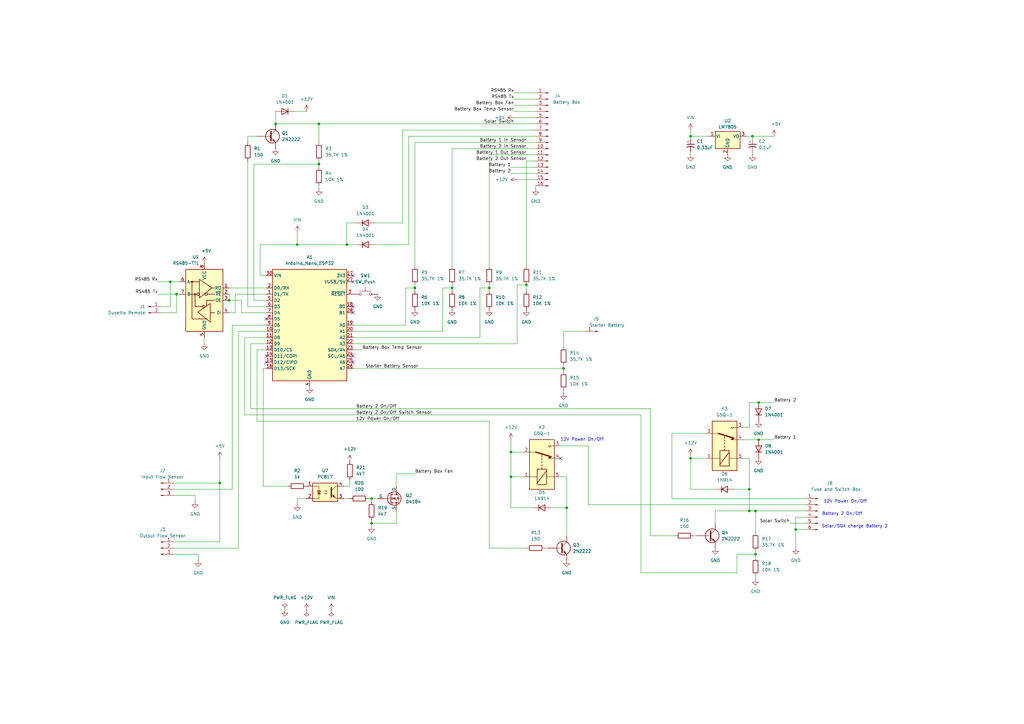
<source format=kicad_sch>
(kicad_sch (version 20250114) (generator "eeschema") (generator_version "9.0")
  (paper "A3")
  (lib_symbols
    (symbol "Connector:Conn_01x01_Pin" (pin_names (offset 1.016) (hide yes))
      (property "Reference" "J" (at 0 2.54 0))
      (property "Value" "Conn_01x01_Pin" (at 0 -2.54 0))
      (symbol "Conn_01x01_Pin_1_1"
        (pin passive line (at 5.08 0 180) (length 3.81) (name "Pin_1") (number "1"))
      )
    )
    (symbol "Connector:Conn_01x02_Pin" (pin_names (offset 1.016) (hide yes))
      (property "Reference" "J" (at 0 2.54 0))
      (property "Value" "Conn_01x02_Pin" (at 0 -5.08 0))
      (symbol "Conn_01x02_Pin_1_1"
        (pin passive line (at 5.08 0 180) (length 3.81) (name "Pin_1") (number "1"))
        (pin passive line (at 5.08 -2.54 180) (length 3.81) (name "Pin_2") (number "2"))
      )
    )
    (symbol "Connector:Conn_01x03_Pin" (pin_names (offset 1.016) (hide yes))
      (property "Reference" "J" (at 0 5.08 0))
      (property "Value" "Conn_01x03_Pin" (at 0 -5.08 0))
      (symbol "Conn_01x03_Pin_1_1"
        (pin passive line (at 5.08 2.54 180) (length 3.81) (name "Pin_1") (number "1"))
        (pin passive line (at 5.08 0 180) (length 3.81) (name "Pin_2") (number "2"))
        (pin passive line (at 5.08 -2.54 180) (length 3.81) (name "Pin_3") (number "3"))
      )
    )
    (symbol "Connector:Conn_01x06_Pin" (pin_names (offset 1.016) (hide yes))
      (property "Reference" "J" (at 0 7.62 0))
      (property "Value" "Conn_01x06_Pin" (at 0 -10.16 0))
      (symbol "Conn_01x06_Pin_1_1"
        (pin passive line (at 5.08 5.08 180) (length 3.81) (name "Pin_1") (number "1"))
        (pin passive line (at 5.08 2.54 180) (length 3.81) (name "Pin_2") (number "2"))
        (pin passive line (at 5.08 0 180) (length 3.81) (name "Pin_3") (number "3"))
        (pin passive line (at 5.08 -2.54 180) (length 3.81) (name "Pin_4") (number "4"))
        (pin passive line (at 5.08 -5.08 180) (length 3.81) (name "Pin_5") (number "5"))
        (pin passive line (at 5.08 -7.62 180) (length 3.81) (name "Pin_6") (number "6"))
      )
    )
    (symbol "Connector:Conn_01x16_Pin" (pin_names (offset 1.016) (hide yes))
      (property "Reference" "J" (at 0 20.32 0))
      (property "Value" "Conn_01x16_Pin" (at 0 -22.86 0))
      (symbol "Conn_01x16_Pin_1_1"
        (pin passive line (at 5.08 17.78 180) (length 3.81) (name "Pin_1") (number "1"))
        (pin passive line (at 5.08 15.24 180) (length 3.81) (name "Pin_2") (number "2"))
        (pin passive line (at 5.08 12.7 180) (length 3.81) (name "Pin_3") (number "3"))
        (pin passive line (at 5.08 10.16 180) (length 3.81) (name "Pin_4") (number "4"))
        (pin passive line (at 5.08 7.62 180) (length 3.81) (name "Pin_5") (number "5"))
        (pin passive line (at 5.08 5.08 180) (length 3.81) (name "Pin_6") (number "6"))
        (pin passive line (at 5.08 2.54 180) (length 3.81) (name "Pin_7") (number "7"))
        (pin passive line (at 5.08 0 180) (length 3.81) (name "Pin_8") (number "8"))
        (pin passive line (at 5.08 -2.54 180) (length 3.81) (name "Pin_9") (number "9"))
        (pin passive line (at 5.08 -5.08 180) (length 3.81) (name "Pin_10") (number "10"))
        (pin passive line (at 5.08 -7.62 180) (length 3.81) (name "Pin_11") (number "11"))
        (pin passive line (at 5.08 -10.16 180) (length 3.81) (name "Pin_12") (number "12"))
        (pin passive line (at 5.08 -12.7 180) (length 3.81) (name "Pin_13") (number "13"))
        (pin passive line (at 5.08 -15.24 180) (length 3.81) (name "Pin_14") (number "14"))
        (pin passive line (at 5.08 -17.78 180) (length 3.81) (name "Pin_15") (number "15"))
        (pin passive line (at 5.08 -20.32 180) (length 3.81) (name "Pin_16") (number "16"))
      )
    )
    (symbol "Device:C_Polarized_Small_US" (pin_numbers (hide yes)) (pin_names (offset 0.254) (hide yes))
      (property "Reference" "C" (at 0.254 1.778 0))
      (property "Value" "C_Polarized_Small_US" (at 0.254 -2.032 0))
      (symbol "C_Polarized_Small_US_1_1"
        (pin passive line (at 0 2.54 270) (length 2.032) (name "~") (number "1"))
        (pin passive line (at 0 -2.54 90) (length 2.032) (name "~") (number "2"))
      )
    )
    (symbol "Device:R" (pin_numbers (hide yes)) (pin_names (offset 0))
      (property "Reference" "R" (at 2.032 0 90))
      (property "Value" "R" (at 0 0 90))
      (symbol "R_1_1"
        (pin passive line (at 0 3.81 270) (length 1.27) (name "~") (number "1"))
        (pin passive line (at 0 -3.81 90) (length 1.27) (name "~") (number "2"))
      )
    )
    (symbol "Diode:1N4001" (pin_numbers (hide yes)) (pin_names (hide yes))
      (property "Reference" "D" (at 0 2.54 0))
      (property "Value" "1N4001" (at 0 -2.54 0))
      (symbol "1N4001_1_1"
        (pin passive line (at -3.81 0 0) (length 2.54) (name "K") (number "1"))
        (pin passive line (at 3.81 0 180) (length 2.54) (name "A") (number "2"))
      )
    )
    (symbol "Diode:1N914" (pin_numbers (hide yes)) (pin_names (hide yes))
      (property "Reference" "D" (at 0 2.54 0))
      (property "Value" "1N914" (at 0 -2.54 0))
      (symbol "1N914_1_1"
        (pin passive line (at -3.81 0 0) (length 2.54) (name "K") (number "1"))
        (pin passive line (at 3.81 0 180) (length 2.54) (name "A") (number "2"))
      )
    )
    (symbol "Interface_UART:ISL3178E"
      (property "Reference" "U" (at -6.985 13.97 0))
      (property "Value" "ISL3178E" (at 7.62 13.97 0))
      (symbol "ISL3178E_1_1"
        (pin output line (at -10.16 5.08 0) (length 2.54) (name "RO") (number "1"))
        (pin input line (at -10.16 2.54 0) (length 2.54) (name "~{RE}") (number "2"))
        (pin input line (at -10.16 0 0) (length 2.54) (name "DE") (number "3"))
        (pin input line (at -10.16 -5.08 0) (length 2.54) (name "DI") (number "4"))
        (pin power_in line (at 0 15.24 270) (length 2.54) (name "VCC") (number "8"))
        (pin power_in line (at 0 -15.24 90) (length 2.54) (name "GND") (number "5"))
        (pin bidirectional line (at 10.16 7.62 180) (length 2.54) (name "A") (number "6"))
        (pin bidirectional line (at 10.16 2.54 180) (length 2.54) (name "B") (number "7"))
      )
    )
    (symbol "Isolator:PC817" (pin_names (offset 1.016))
      (property "Reference" "U" (at -5.08 5.08 0))
      (property "Value" "PC817" (at 0 5.08 0))
      (symbol "PC817_1_1"
        (pin passive line (at -7.62 2.54 0) (length 2.54) (name "~") (number "1"))
        (pin passive line (at -7.62 -2.54 0) (length 2.54) (name "~") (number "2"))
        (pin passive line (at 7.62 2.54 180) (length 2.54) (name "~") (number "4"))
        (pin passive line (at 7.62 -2.54 180) (length 2.54) (name "~") (number "3"))
      )
    )
    (symbol "MCU_Module:Arduino_Nano_ESP32"
      (property "Reference" "A" (at -14.986 23.622 0))
      (property "Value" "Arduino_Nano_ESP32" (at 3.81 -25.654 0))
      (symbol "Arduino_Nano_ESP32_1_1"
        (pin power_in line (at -17.78 20.32 0) (length 2.54) (name "VIN") (number "30"))
        (pin bidirectional line (at -17.78 15.24 0) (length 2.54) (name "D0/RX") (number "2"))
        (pin bidirectional line (at -17.78 12.7 0) (length 2.54) (name "D1/TX") (number "1"))
        (pin bidirectional line (at -17.78 10.16 0) (length 2.54) (name "D2") (number "5"))
        (pin bidirectional line (at -17.78 7.62 0) (length 2.54) (name "D3") (number "6"))
        (pin bidirectional line (at -17.78 5.08 0) (length 2.54) (name "D4") (number "7"))
        (pin bidirectional line (at -17.78 2.54 0) (length 2.54) (name "D5") (number "8"))
        (pin bidirectional line (at -17.78 0 0) (length 2.54) (name "D6") (number "9"))
        (pin bidirectional line (at -17.78 -2.54 0) (length 2.54) (name "D7") (number "10"))
        (pin bidirectional line (at -17.78 -5.08 0) (length 2.54) (name "D8") (number "11"))
        (pin bidirectional line (at -17.78 -7.62 0) (length 2.54) (name "D9") (number "12"))
        (pin bidirectional line (at -17.78 -10.16 0) (length 2.54) (name "D10/CS") (number "13"))
        (pin bidirectional line (at -17.78 -12.7 0) (length 2.54) (name "D11/COPI") (number "14"))
        (pin bidirectional line (at -17.78 -15.24 0) (length 2.54) (name "D12/CIPO") (number "15"))
        (pin bidirectional line (at -17.78 -17.78 0) (length 2.54) (name "D13/SCK") (number "16"))
        (pin passive line (at 0 -25.4 90) (length 2.54) (hide yes) (name "GND") (number "29"))
        (pin power_in line (at 0 -25.4 90) (length 2.54) (name "GND") (number "4"))
        (pin power_out line (at 17.78 20.32 180) (length 2.54) (name "3V3") (number "17"))
        (pin power_out line (at 17.78 17.78 180) (length 2.54) (name "VUSB/5V") (number "27"))
        (pin input line (at 17.78 12.7 180) (length 2.54) (name "~{RESET}") (number "3"))
        (pin bidirectional line (at 17.78 7.62 180) (length 2.54) (name "B0") (number "18"))
        (pin bidirectional line (at 17.78 5.08 180) (length 2.54) (name "B1") (number "28"))
        (pin bidirectional line (at 17.78 0 180) (length 2.54) (name "A0") (number "19"))
        (pin bidirectional line (at 17.78 -2.54 180) (length 2.54) (name "A1") (number "20"))
        (pin bidirectional line (at 17.78 -5.08 180) (length 2.54) (name "A2") (number "21"))
        (pin bidirectional line (at 17.78 -7.62 180) (length 2.54) (name "A3") (number "22"))
        (pin bidirectional line (at 17.78 -10.16 180) (length 2.54) (name "SDA/A4") (number "23"))
        (pin bidirectional line (at 17.78 -12.7 180) (length 2.54) (name "SCL/A5") (number "24"))
        (pin bidirectional line (at 17.78 -15.24 180) (length 2.54) (name "A6") (number "25"))
        (pin bidirectional line (at 17.78 -17.78 180) (length 2.54) (name "A7") (number "26"))
      )
    )
    (symbol "Regulator_Linear:LM7805_TO220" (pin_names (offset 0.254))
      (property "Reference" "U" (at -3.81 3.175 0))
      (property "Value" "LM7805_TO220" (at 0 3.175 0))
      (symbol "LM7805_TO220_1_1"
        (pin power_in line (at -7.62 0 0) (length 2.54) (name "VI") (number "1"))
        (pin power_in line (at 0 -7.62 90) (length 2.54) (name "GND") (number "2"))
        (pin power_out line (at 7.62 0 180) (length 2.54) (name "VO") (number "3"))
      )
    )
    (symbol "Relay:G5Q-1"
      (property "Reference" "K" (at 11.43 3.81 0))
      (property "Value" "G5Q-1" (at 11.43 1.27 0))
      (symbol "G5Q-1_1_1"
        (pin passive line (at -5.08 7.62 270) (length 2.54) (name "~") (number "5"))
        (pin passive line (at -5.08 -7.62 90) (length 2.54) (name "~") (number "1"))
        (pin passive line (at 2.54 7.62 270) (length 2.54) (name "~") (number "4"))
        (pin passive line (at 5.08 -7.62 90) (length 2.54) (name "~") (number "2"))
        (pin passive line (at 7.62 7.62 270) (length 2.54) (name "~") (number "3"))
      )
    )
    (symbol "Simulation_SPICE:NMOS" (pin_numbers (hide yes)) (pin_names (offset 0))
      (property "Reference" "Q" (at 5.08 1.27 0))
      (property "Value" "NMOS" (at 5.08 -1.27 0))
      (symbol "NMOS_1_1"
        (pin input line (at -5.08 0 0) (length 2.54) (name "G") (number "2"))
        (pin passive line (at 2.54 5.08 270) (length 2.54) (name "D") (number "1"))
        (pin passive line (at 2.54 -5.08 90) (length 2.54) (name "S") (number "3"))
      )
    )
    (symbol "Switch:SW_Push" (pin_numbers (hide yes)) (pin_names (offset 1.016) (hide yes))
      (property "Reference" "SW" (at 1.27 2.54 0))
      (property "Value" "SW_Push" (at 0 -1.524 0))
      (symbol "SW_Push_0_1"
        (pin passive line (at -5.08 0 0) (length 2.54) (name "1") (number "1"))
        (pin passive line (at 5.08 0 180) (length 2.54) (name "2") (number "2"))
      )
    )
    (symbol "Transistor_BJT:BC107" (pin_numbers (hide yes)) (pin_names (offset 0) (hide yes))
      (property "Reference" "Q" (at 5.08 1.905 0))
      (property "Value" "BC107" (at 5.08 0 0))
      (symbol "BC107_1_1"
        (pin input line (at -5.08 0 0) (length 2.54) (name "B") (number "2"))
        (pin passive line (at 2.54 5.08 270) (length 2.54) (name "C") (number "3"))
        (pin passive line (at 2.54 -5.08 90) (length 2.54) (name "E") (number "1"))
      )
    )
    (symbol "power:+12V" (power) (pin_numbers (hide yes)) (pin_names (offset 0) (hide yes))
      (property "Value" "+12V" (at 0 3.556 0))
      (symbol "+12V_1_1"
        (pin power_in line (at 0 0 90) (length 0) (name "~") (number "1"))
      )
    )
    (symbol "power:+5V" (power) (pin_numbers (hide yes)) (pin_names (offset 0) (hide yes))
      (property "Value" "+5V" (at 0 3.556 0))
      (symbol "+5V_1_1"
        (pin power_in line (at 0 0 90) (length 0) (name "~") (number "1"))
      )
    )
    (symbol "power:GND" (power) (pin_numbers (hide yes)) (pin_names (offset 0) (hide yes))
      (property "Value" "GND" (at 0 -3.81 0))
      (symbol "GND_1_1"
        (pin power_in line (at 0 0 270) (length 0) (name "~") (number "1"))
      )
    )
    (symbol "power:PWR_FLAG" (power) (pin_numbers (hide yes)) (pin_names (offset 0) (hide yes))
      (property "Value" "PWR_FLAG" (at 0 3.81 0))
      (symbol "PWR_FLAG_0_0"
        (pin power_out line (at 0 0 90) (length 0) (name "~") (number "1"))
      )
    )
    (symbol "power:VDD" (power) (pin_numbers (hide yes)) (pin_names (offset 0) (hide yes))
      (property "Value" "VDD" (at 0 3.556 0))
      (symbol "VDD_1_1"
        (pin power_in line (at 0 0 90) (length 0) (name "~") (number "1"))
      )
    )
  )
  (text "12V Power On/Off" (at 238.76 180.34 0) (effects (font (size 1.27 1.27))))
  (text "12V Power On/Off" (at 346.71 205.74 0) (effects (font (size 1.27 1.27))))
  (text "Solar/50A charge Battery 2" (at 350.52 215.9 0) (effects (font (size 1.27 1.27))))
  (text "Battery 2 On/Off" (at 345.44 210.82 0) (effects (font (size 1.27 1.27))))
  (junction (at 72.39 120.65))
  (junction (at 209.55 185.42))
  (junction (at 93.98 123.19))
  (junction (at 152.4 214.63))
  (junction (at 231.14 151.13))
  (junction (at 283.21 187.96))
  (junction (at 209.55 195.58))
  (junction (at 130.81 67.31))
  (junction (at 142.24 100.33))
  (junction (at 185.42 118.11))
  (junction (at 309.88 209.55))
  (junction (at 326.39 217.17))
  (junction (at 311.15 165.1))
  (junction (at 152.4 204.47))
  (junction (at 113.03 50.8))
  (junction (at 311.15 180.34))
  (junction (at 170.18 118.11))
  (junction (at 308.61 55.88))
  (junction (at 215.9 116.84))
  (junction (at 69.85 115.57))
  (junction (at 200.66 118.11))
  (junction (at 130.81 50.8))
  (junction (at 90.17 198.12))
  (junction (at 307.34 200.66))
  (junction (at 307.34 209.55))
  (junction (at 309.88 227.33))
  (junction (at 283.21 55.88))
  (junction (at 232.41 208.28))
  (junction (at 121.92 100.33))
  (no_connect (at 144.78 146.05))
  (no_connect (at 109.22 148.59))
  (no_connect (at 144.78 113.03))
  (no_connect (at 144.78 125.73))
  (no_connect (at 229.87 187.96))
  (no_connect (at 109.22 130.81))
  (no_connect (at 109.22 146.05))
  (no_connect (at 144.78 128.27))
  (no_connect (at 144.78 115.57))
  (no_connect (at 144.78 148.59))
  (wire (pts (xy 121.92 204.47) (xy 125.73 204.47)))
  (wire (pts (xy 326.39 217.17) (xy 330.2 217.17)))
  (wire (pts (xy 144.78 133.35) (xy 166.37 133.35)))
  (wire (pts (xy 99.06 128.27) (xy 109.22 128.27)))
  (wire (pts (xy 215.9 116.84) (xy 215.9 119.38)))
  (wire (pts (xy 307.34 200.66) (xy 307.34 209.55)))
  (wire (pts (xy 210.82 40.64) (xy 219.71 40.64)))
  (wire (pts (xy 72.39 120.65) (xy 73.66 120.65)))
  (wire (pts (xy 130.81 50.8) (xy 219.71 50.8)))
  (wire (pts (xy 196.85 118.11) (xy 200.66 118.11)))
  (wire (pts (xy 300.99 200.66) (xy 307.34 200.66)))
  (wire (pts (xy 64.77 115.57) (xy 69.85 115.57)))
  (wire (pts (xy 209.55 71.12) (xy 219.71 71.12)))
  (wire (pts (xy 96.52 120.65) (xy 109.22 120.65)))
  (wire (pts (xy 309.88 209.55) (xy 330.2 209.55)))
  (wire (pts (xy 93.98 128.27) (xy 96.52 128.27)))
  (wire (pts (xy 69.85 115.57) (xy 69.85 125.73)))
  (wire (pts (xy 81.28 227.33) (xy 81.28 229.87)))
  (wire (pts (xy 241.3 207.01) (xy 241.3 182.88)))
  (wire (pts (xy 219.71 48.26) (xy 210.82 48.26)))
  (wire (pts (xy 71.12 200.66) (xy 95.25 200.66)))
  (wire (pts (xy 170.18 118.11) (xy 170.18 119.38)))
  (wire (pts (xy 241.3 207.01) (xy 330.2 207.01)))
  (wire (pts (xy 142.24 91.44) (xy 142.24 100.33)))
  (wire (pts (xy 283.21 57.15) (xy 283.21 55.88)))
  (wire (pts (xy 212.09 116.84) (xy 212.09 140.97)))
  (wire (pts (xy 231.14 149.86) (xy 231.14 151.13)))
  (wire (pts (xy 105.41 143.51) (xy 109.22 143.51)))
  (wire (pts (xy 144.78 143.51) (xy 148.59 143.51)))
  (wire (pts (xy 162.56 194.31) (xy 170.18 194.31)))
  (wire (pts (xy 200.66 63.5) (xy 200.66 109.22)))
  (wire (pts (xy 130.81 67.31) (xy 104.14 67.31)))
  (wire (pts (xy 170.18 58.42) (xy 219.71 58.42)))
  (wire (pts (xy 166.37 118.11) (xy 170.18 118.11)))
  (wire (pts (xy 93.98 118.11) (xy 109.22 118.11)))
  (wire (pts (xy 215.9 66.04) (xy 215.9 109.22)))
  (wire (pts (xy 66.04 128.27) (xy 72.39 128.27)))
  (wire (pts (xy 309.88 209.55) (xy 309.88 218.44)))
  (wire (pts (xy 226.06 208.28) (xy 232.41 208.28)))
  (wire (pts (xy 209.55 68.58) (xy 219.71 68.58)))
  (wire (pts (xy 210.82 43.18) (xy 219.71 43.18)))
  (wire (pts (xy 262.89 234.95) (xy 262.89 170.18)))
  (wire (pts (xy 276.86 219.71) (xy 266.7 219.71)))
  (wire (pts (xy 232.41 195.58) (xy 232.41 208.28)))
  (wire (pts (xy 162.56 214.63) (xy 152.4 214.63)))
  (wire (pts (xy 215.9 224.79) (xy 200.66 224.79)))
  (wire (pts (xy 231.14 151.13) (xy 231.14 152.4)))
  (wire (pts (xy 109.22 133.35) (xy 95.25 133.35)))
  (wire (pts (xy 83.82 138.43) (xy 83.82 140.97)))
  (wire (pts (xy 130.81 76.2) (xy 130.81 77.47)))
  (wire (pts (xy 101.6 66.04) (xy 101.6 125.73)))
  (wire (pts (xy 121.92 207.01) (xy 121.92 204.47)))
  (wire (pts (xy 90.17 187.96) (xy 90.17 198.12)))
  (wire (pts (xy 266.7 219.71) (xy 266.7 167.64)))
  (wire (pts (xy 210.82 45.72) (xy 219.71 45.72)))
  (wire (pts (xy 144.78 138.43) (xy 196.85 138.43)))
  (wire (pts (xy 307.34 165.1) (xy 307.34 175.26)))
  (wire (pts (xy 219.71 60.96) (xy 185.42 60.96)))
  (wire (pts (xy 307.34 187.96) (xy 307.34 200.66)))
  (wire (pts (xy 64.77 120.65) (xy 72.39 120.65)))
  (wire (pts (xy 105.41 172.72) (xy 200.66 172.72)))
  (wire (pts (xy 209.55 195.58) (xy 209.55 208.28)))
  (wire (pts (xy 212.09 73.66) (xy 219.71 73.66)))
  (wire (pts (xy 323.85 214.63) (xy 330.2 214.63)))
  (wire (pts (xy 109.22 140.97) (xy 102.87 140.97)))
  (wire (pts (xy 185.42 116.84) (xy 185.42 118.11)))
  (wire (pts (xy 154.94 204.47) (xy 152.4 204.47)))
  (wire (pts (xy 304.8 187.96) (xy 307.34 187.96)))
  (wire (pts (xy 307.34 165.1) (xy 311.15 165.1)))
  (wire (pts (xy 152.4 205.74) (xy 152.4 204.47)))
  (wire (pts (xy 293.37 209.55) (xy 293.37 214.63)))
  (wire (pts (xy 262.89 170.18) (xy 100.33 170.18)))
  (wire (pts (xy 232.41 195.58) (xy 229.87 195.58)))
  (wire (pts (xy 308.61 55.88) (xy 317.5 55.88)))
  (wire (pts (xy 102.87 167.64) (xy 266.7 167.64)))
  (wire (pts (xy 229.87 182.88) (xy 241.3 182.88)))
  (wire (pts (xy 99.06 123.19) (xy 93.98 123.19)))
  (wire (pts (xy 231.14 161.29) (xy 231.14 160.02)))
  (wire (pts (xy 283.21 200.66) (xy 293.37 200.66)))
  (wire (pts (xy 113.03 45.72) (xy 113.03 50.8)))
  (wire (pts (xy 144.78 151.13) (xy 231.14 151.13)))
  (wire (pts (xy 330.2 212.09) (xy 326.39 212.09)))
  (wire (pts (xy 162.56 209.55) (xy 162.56 214.63)))
  (wire (pts (xy 106.68 113.03) (xy 109.22 113.03)))
  (wire (pts (xy 219.71 63.5) (xy 200.66 63.5)))
  (wire (pts (xy 311.15 165.1) (xy 317.5 165.1)))
  (wire (pts (xy 219.71 76.2) (xy 219.71 77.47)))
  (wire (pts (xy 93.98 120.65) (xy 93.98 123.19)))
  (wire (pts (xy 231.14 135.89) (xy 231.14 142.24)))
  (wire (pts (xy 170.18 116.84) (xy 170.18 118.11)))
  (wire (pts (xy 120.65 45.72) (xy 125.73 45.72)))
  (wire (pts (xy 142.24 100.33) (xy 146.05 100.33)))
  (wire (pts (xy 209.55 185.42) (xy 209.55 195.58)))
  (wire (pts (xy 153.67 91.44) (xy 165.1 91.44)))
  (wire (pts (xy 153.67 100.33) (xy 167.64 100.33)))
  (wire (pts (xy 283.21 187.96) (xy 289.56 187.96)))
  (wire (pts (xy 121.92 95.25) (xy 121.92 100.33)))
  (wire (pts (xy 167.64 55.88) (xy 167.64 100.33)))
  (wire (pts (xy 275.59 204.47) (xy 330.2 204.47)))
  (wire (pts (xy 109.22 125.73) (xy 101.6 125.73)))
  (wire (pts (xy 275.59 177.8) (xy 289.56 177.8)))
  (wire (pts (xy 165.1 53.34) (xy 219.71 53.34)))
  (wire (pts (xy 283.21 186.69) (xy 283.21 187.96)))
  (wire (pts (xy 302.26 227.33) (xy 309.88 227.33)))
  (wire (pts (xy 143.51 196.85) (xy 143.51 199.39)))
  (wire (pts (xy 165.1 91.44) (xy 165.1 53.34)))
  (wire (pts (xy 209.55 185.42) (xy 214.63 185.42)))
  (wire (pts (xy 307.34 175.26) (xy 304.8 175.26)))
  (wire (pts (xy 302.26 227.33) (xy 302.26 234.95)))
  (wire (pts (xy 308.61 62.23) (xy 308.61 63.5)))
  (wire (pts (xy 97.79 135.89) (xy 97.79 224.79)))
  (wire (pts (xy 72.39 120.65) (xy 72.39 128.27)))
  (wire (pts (xy 105.41 143.51) (xy 105.41 172.72)))
  (wire (pts (xy 224.79 224.79) (xy 223.52 224.79)))
  (wire (pts (xy 309.88 226.06) (xy 309.88 227.33)))
  (wire (pts (xy 144.78 135.89) (xy 181.61 135.89)))
  (wire (pts (xy 285.75 219.71) (xy 284.48 219.71)))
  (wire (pts (xy 308.61 57.15) (xy 308.61 55.88)))
  (wire (pts (xy 71.12 203.2) (xy 80.01 203.2)))
  (wire (pts (xy 231.14 135.89) (xy 240.03 135.89)))
  (wire (pts (xy 152.4 213.36) (xy 152.4 214.63)))
  (wire (pts (xy 104.14 123.19) (xy 109.22 123.19)))
  (wire (pts (xy 146.05 91.44) (xy 142.24 91.44)))
  (wire (pts (xy 105.41 55.88) (xy 101.6 55.88)))
  (wire (pts (xy 106.68 100.33) (xy 121.92 100.33)))
  (wire (pts (xy 97.79 135.89) (xy 109.22 135.89)))
  (wire (pts (xy 181.61 118.11) (xy 181.61 135.89)))
  (wire (pts (xy 130.81 67.31) (xy 130.81 68.58)))
  (wire (pts (xy 200.66 224.79) (xy 200.66 172.72)))
  (wire (pts (xy 102.87 140.97) (xy 102.87 167.64)))
  (wire (pts (xy 143.51 199.39) (xy 140.97 199.39)))
  (wire (pts (xy 152.4 215.9) (xy 152.4 214.63)))
  (wire (pts (xy 232.41 219.71) (xy 232.41 208.28)))
  (wire (pts (xy 104.14 67.31) (xy 104.14 123.19)))
  (wire (pts (xy 200.66 118.11) (xy 200.66 119.38)))
  (wire (pts (xy 196.85 118.11) (xy 196.85 138.43)))
  (wire (pts (xy 306.07 55.88) (xy 308.61 55.88)))
  (wire (pts (xy 283.21 62.23) (xy 283.21 63.5)))
  (wire (pts (xy 302.26 234.95) (xy 262.89 234.95)))
  (wire (pts (xy 185.42 60.96) (xy 185.42 109.22)))
  (wire (pts (xy 109.22 151.13) (xy 107.95 151.13)))
  (wire (pts (xy 162.56 194.31) (xy 162.56 199.39)))
  (wire (pts (xy 99.06 123.19) (xy 99.06 128.27)))
  (wire (pts (xy 309.88 236.22) (xy 309.88 237.49)))
  (wire (pts (xy 304.8 180.34) (xy 311.15 180.34)))
  (wire (pts (xy 200.66 116.84) (xy 200.66 118.11)))
  (wire (pts (xy 71.12 222.25) (xy 90.17 222.25)))
  (wire (pts (xy 130.81 66.04) (xy 130.81 67.31)))
  (wire (pts (xy 96.52 128.27) (xy 96.52 120.65)))
  (wire (pts (xy 113.03 50.8) (xy 130.81 50.8)))
  (wire (pts (xy 140.97 204.47) (xy 143.51 204.47)))
  (wire (pts (xy 283.21 55.88) (xy 290.83 55.88)))
  (wire (pts (xy 209.55 208.28) (xy 218.44 208.28)))
  (wire (pts (xy 107.95 199.39) (xy 118.11 199.39)))
  (wire (pts (xy 181.61 118.11) (xy 185.42 118.11)))
  (wire (pts (xy 210.82 38.1) (xy 219.71 38.1)))
  (wire (pts (xy 107.95 151.13) (xy 107.95 199.39)))
  (wire (pts (xy 101.6 55.88) (xy 101.6 58.42)))
  (wire (pts (xy 326.39 212.09) (xy 326.39 217.17)))
  (wire (pts (xy 121.92 100.33) (xy 142.24 100.33)))
  (wire (pts (xy 185.42 118.11) (xy 185.42 119.38)))
  (wire (pts (xy 90.17 222.25) (xy 90.17 198.12)))
  (wire (pts (xy 80.01 203.2) (xy 80.01 205.74)))
  (wire (pts (xy 106.68 100.33) (xy 106.68 113.03)))
  (wire (pts (xy 311.15 180.34) (xy 317.5 180.34)))
  (wire (pts (xy 209.55 180.34) (xy 209.55 185.42)))
  (wire (pts (xy 209.55 195.58) (xy 214.63 195.58)))
  (wire (pts (xy 71.12 198.12) (xy 90.17 198.12)))
  (wire (pts (xy 66.04 125.73) (xy 69.85 125.73)))
  (wire (pts (xy 219.71 66.04) (xy 215.9 66.04)))
  (wire (pts (xy 69.85 115.57) (xy 73.66 115.57)))
  (wire (pts (xy 212.09 116.84) (xy 215.9 116.84)))
  (wire (pts (xy 326.39 217.17) (xy 326.39 224.79)))
  (wire (pts (xy 71.12 224.79) (xy 97.79 224.79)))
  (wire (pts (xy 307.34 209.55) (xy 293.37 209.55)))
  (wire (pts (xy 283.21 53.34) (xy 283.21 55.88)))
  (wire (pts (xy 100.33 170.18) (xy 100.33 138.43)))
  (wire (pts (xy 144.78 140.97) (xy 212.09 140.97)))
  (wire (pts (xy 309.88 227.33) (xy 309.88 228.6)))
  (wire (pts (xy 151.13 204.47) (xy 152.4 204.47)))
  (wire (pts (xy 307.34 209.55) (xy 309.88 209.55)))
  (wire (pts (xy 130.81 58.42) (xy 130.81 50.8)))
  (wire (pts (xy 275.59 177.8) (xy 275.59 204.47)))
  (wire (pts (xy 167.64 55.88) (xy 219.71 55.88)))
  (wire (pts (xy 170.18 58.42) (xy 170.18 109.22)))
  (wire (pts (xy 283.21 187.96) (xy 283.21 200.66)))
  (wire (pts (xy 100.33 138.43) (xy 109.22 138.43)))
  (wire (pts (xy 166.37 133.35) (xy 166.37 118.11)))
  (wire (pts (xy 95.25 133.35) (xy 95.25 200.66)))
  (wire (pts (xy 71.12 227.33) (xy 81.28 227.33)))
  (label "Starter Battery Sensor" (at 149.86 151.13 0))
  (label "Battery 2" (at 317.5 165.1 0))
  (label "Battery 1" (at 209.55 68.58 180))
  (label "12V Power On/Off" (at 146.05 172.72 0))
  (label "Battery 2 In Sensor" (at 215.9 60.96 180))
  (label "RS485 Tx" (at 64.77 120.65 180))
  (label "Solar Switch" (at 323.85 214.63 180))
  (label "Battery Box Temp Sensor" (at 148.59 143.51 0))
  (label "Solar Switch" (at 210.82 50.8 180))
  (label "Battery 2 On{slash}Off" (at 146.05 167.64 0))
  (label "Battery Box Fan" (at 170.18 194.31 0))
  (label "Battery 2 On{slash}Off Switch Sensor" (at 146.05 170.18 0))
  (label "RS485 Tx" (at 210.82 40.64 180))
  (label "Battery 1" (at 317.5 180.34 0))
  (label "RS485 Rx" (at 64.77 115.57 180))
  (label "Battery Box Fan" (at 210.82 43.18 180))
  (label "Battery 1 In Sensor" (at 215.9 58.42 180))
  (label "RS485 Rx" (at 210.82 38.1 180))
  (label "Battery Box Temp Sensor" (at 210.82 45.72 180))
  (label "Battery 1 Out Sensor" (at 215.9 63.5 180))
  (label "Battery 2 Out Sensor" (at 215.9 66.04 180))
  (label "Battery 2" (at 209.55 71.12 180))
  (symbol (lib_id "Device:R") (at 130.81 62.23 0) (unit 1)
    (property "Reference" "R3" (at 133.35 60.9599 0) (effects (justify left)))
    (property "Value" "35.7K 1%" (at 133.35 63.4999 0) (effects (justify left)))
    (property "Footprint" "Resistor_THT:R_Axial_DIN0207_L6.3mm_D2.5mm_P10.16mm_Horizontal" (effects (hide yes)))
    (property "Description" "Resistor" (effects (hide yes)))
  )
  (symbol (lib_id "Device:C_Polarized_Small_US") (at 308.61 59.69 0) (unit 1)
    (property "Reference" "C2" (at 311.15 57.9881 0) (effects (justify left)))
    (property "Value" "0.1uF" (at 311.15 60.5281 0) (effects (justify left)))
    (property "Footprint" "Capacitor_THT:CP_Radial_Tantal_D5.0mm_P5.00mm" (effects (hide yes)))
    (property "Description" "Polarized capacitor, small US symbol" (effects (hide yes)))
  )
  (symbol (lib_id "Device:R") (at 309.88 232.41 0) (unit 1)
    (property "Reference" "R18" (at 312.42 231.1399 0) (effects (justify left)))
    (property "Value" "10K 1%" (at 312.42 233.6799 0) (effects (justify left)))
    (property "Footprint" "Resistor_THT:R_Axial_DIN0207_L6.3mm_D2.5mm_P10.16mm_Horizontal" (effects (hide yes)))
    (property "Description" "Resistor" (effects (hide yes)))
  )
  (symbol (lib_id "Transistor_BJT:BC107") (at 290.83 219.71 0) (unit 1)
    (property "Reference" "Q4" (at 295.91 218.4399 0) (effects (justify left)))
    (property "Value" "2N2222" (at 295.91 220.9799 0) (effects (justify left)))
    (property "Footprint" "Package_TO_SOT_THT:TO-18-3" (effects (hide yes)))
    (property "Datasheet" "http://www.b-kainka.de/Daten/Transistor/BC108.pdf" (effects (hide yes)))
    (property "Description" "0.1A Ic, 50V Vce, Low Noise General Purpose NPN Transistor, TO-18" (effects (hide yes)))
  )
  (symbol (lib_id "Device:R") (at 185.42 123.19 0) (unit 1)
    (property "Reference" "R8" (at 187.96 121.9199 0) (effects (justify left)))
    (property "Value" "10K 1%" (at 187.96 124.4599 0) (effects (justify left)))
    (property "Footprint" "Resistor_THT:R_Axial_DIN0207_L6.3mm_D2.5mm_P10.16mm_Horizontal" (effects (hide yes)))
    (property "Description" "Resistor" (effects (hide yes)))
  )
  (symbol (lib_id "power:GND") (at 231.14 161.29 0) (unit 1)
    (property "Reference" "#PWR020" (effects (hide yes)))
    (property "Value" "GND" (at 231.14 166.37 0))
    (property "Description" "Power symbol creates a global label with name \"GND\" , ground" (effects (hide yes)))
  )
  (symbol (lib_id "Diode:1N4001") (at 149.86 100.33 0) (unit 1)
    (property "Reference" "D4" (at 149.86 93.98 0))
    (property "Value" "1N4001" (at 149.86 96.52 0))
    (property "Footprint" "Diode_THT:D_DO-41_SOD81_P10.16mm_Horizontal" (effects (hide yes)))
    (property "Datasheet" "http://www.vishay.com/docs/88503/1n4001.pdf" (effects (hide yes)))
    (property "Description" "50V 1A General Purpose Rectifier Diode, DO-41" (effects (hide yes)))
    (property "Sim.Device" "D" (effects (hide yes)))
    (property "Sim.Pins" "1=K 2=A" (effects (hide yes)))
  )
  (symbol (lib_id "power:GND") (at 81.28 229.87 0) (unit 1)
    (property "Reference" "#PWR02" (effects (hide yes)))
    (property "Value" "GND" (at 81.28 234.95 0))
    (property "Description" "Power symbol creates a global label with name \"GND\" , ground" (effects (hide yes)))
  )
  (symbol (lib_id "Device:C_Polarized_Small_US") (at 283.21 59.69 0) (unit 1)
    (property "Reference" "C1" (at 285.75 57.9881 0) (effects (justify left)))
    (property "Value" "0.33uF" (at 285.75 60.5281 0) (effects (justify left)))
    (property "Footprint" "Capacitor_THT:CP_Radial_Tantal_D5.0mm_P5.00mm" (effects (hide yes)))
    (property "Description" "Polarized capacitor, small US symbol" (effects (hide yes)))
  )
  (symbol (lib_id "Simulation_SPICE:NMOS") (at 160.02 204.47 0) (unit 1)
    (property "Reference" "Q2" (at 166.37 203.1999 0) (effects (justify left)))
    (property "Value" "D4184" (at 166.37 205.7399 0) (effects (justify left)))
    (property "Datasheet" "https://ngspice.sourceforge.io/docs/ngspice-html-manual/manual.xhtml#cha_MOSFETs" (effects (hide yes)))
    (property "Description" "N-MOSFET transistor, drain/source/gate" (effects (hide yes)))
    (property "Sim.Device" "NMOS" (effects (hide yes)))
    (property "Sim.Type" "VDMOS" (effects (hide yes)))
    (property "Sim.Pins" "1=D 2=G 3=S" (effects (hide yes)))
  )
  (symbol (lib_id "Device:R") (at 152.4 209.55 0) (unit 1)
    (property "Reference" "R19" (at 154.94 208.2799 0) (effects (justify left)))
    (property "Value" "4k7" (at 154.94 210.8199 0) (effects (justify left)))
    (property "Description" "Resistor" (effects (hide yes)))
  )
  (symbol (lib_id "Transistor_BJT:BC107") (at 229.87 224.79 0) (unit 1)
    (property "Reference" "Q3" (at 234.95 223.5199 0) (effects (justify left)))
    (property "Value" "2N2222" (at 234.95 226.0599 0) (effects (justify left)))
    (property "Footprint" "Package_TO_SOT_THT:TO-18-3" (effects (hide yes)))
    (property "Datasheet" "http://www.b-kainka.de/Daten/Transistor/BC108.pdf" (effects (hide yes)))
    (property "Description" "0.1A Ic, 50V Vce, Low Noise General Purpose NPN Transistor, TO-18" (effects (hide yes)))
  )
  (symbol (lib_id "Device:R") (at 200.66 113.03 0) (unit 1)
    (property "Reference" "R9" (at 203.2 111.7599 0) (effects (justify left)))
    (property "Value" "35.7K 1%" (at 203.2 114.2999 0) (effects (justify left)))
    (property "Footprint" "Resistor_THT:R_Axial_DIN0207_L6.3mm_D2.5mm_P10.16mm_Horizontal" (effects (hide yes)))
    (property "Description" "Resistor" (effects (hide yes)))
  )
  (symbol (lib_id "Diode:1N4001") (at 149.86 91.44 0) (unit 1)
    (property "Reference" "D3" (at 149.86 85.09 0))
    (property "Value" "1N4001" (at 149.86 87.63 0))
    (property "Footprint" "Diode_THT:D_DO-41_SOD81_P10.16mm_Horizontal" (effects (hide yes)))
    (property "Datasheet" "http://www.vishay.com/docs/88503/1n4001.pdf" (effects (hide yes)))
    (property "Description" "50V 1A General Purpose Rectifier Diode, DO-41" (effects (hide yes)))
    (property "Sim.Device" "D" (effects (hide yes)))
    (property "Sim.Pins" "1=K 2=A" (effects (hide yes)))
  )
  (symbol (lib_id "Transistor_BJT:BC107") (at 110.49 55.88 0) (unit 1)
    (property "Reference" "Q1" (at 115.57 54.6099 0) (effects (justify left)))
    (property "Value" "2N2222" (at 115.57 57.1499 0) (effects (justify left)))
    (property "Footprint" "Package_TO_SOT_THT:TO-18-3" (effects (hide yes)))
    (property "Datasheet" "http://www.b-kainka.de/Daten/Transistor/BC108.pdf" (effects (hide yes)))
    (property "Description" "0.1A Ic, 50V Vce, Low Noise General Purpose NPN Transistor, TO-18" (effects (hide yes)))
  )
  (symbol (lib_id "power:VDD") (at 283.21 53.34 0) (unit 1)
    (property "Reference" "#PWR022" (effects (hide yes)))
    (property "Value" "VIN" (at 283.21 48.26 0))
    (property "Description" "Power symbol creates a global label with name \"VDD\"" (effects (hide yes)))
  )
  (symbol (lib_id "power:GND") (at 113.03 60.96 0) (unit 1)
    (property "Reference" "#PWR05" (effects (hide yes)))
    (property "Value" "GND" (at 113.03 66.04 0))
    (property "Description" "Power symbol creates a global label with name \"GND\" , ground" (effects (hide yes)))
  )
  (symbol (lib_id "Connector:Conn_01x16_Pin") (at 224.79 55.88 0) (mirror y) (unit 1)
    (property "Reference" "J4" (at 228.6 39.37 0))
    (property "Value" "Battery Box" (at 232.41 41.91 0))
    (property "Footprint" "Connector_Molex:Molex_Mini-Fit_Jr_5569-16A2_2x08_P4.20mm_Horizontal" (effects (hide yes)))
    (property "Description" "Generic connector, single row, 01x16, script generated" (effects (hide yes)))
  )
  (symbol (lib_id "power:GND") (at 293.37 224.79 0) (unit 1)
    (property "Reference" "#PWR025" (effects (hide yes)))
    (property "Value" "GND" (at 293.37 229.87 0))
    (property "Description" "Power symbol creates a global label with name \"GND\" , ground" (effects (hide yes)))
  )
  (symbol (lib_id "Device:R") (at 101.6 62.23 0) (unit 1)
    (property "Reference" "R1" (at 104.14 60.9599 0) (effects (justify left)))
    (property "Value" "150" (at 104.14 63.4999 0) (effects (justify left)))
    (property "Footprint" "Resistor_THT:R_Axial_DIN0207_L6.3mm_D2.5mm_P10.16mm_Horizontal" (effects (hide yes)))
    (property "Description" "Resistor" (effects (hide yes)))
  )
  (symbol (lib_id "power:+12V") (at 209.55 180.34 0) (unit 1)
    (property "Reference" "#PWR015" (effects (hide yes)))
    (property "Value" "+12V" (at 209.55 175.26 0))
    (property "Description" "Power symbol creates a global label with name \"+12V\"" (effects (hide yes)))
  )
  (symbol (lib_id "power:+12V") (at 212.09 73.66 90) (unit 1)
    (property "Reference" "#PWR017" (effects (hide yes)))
    (property "Value" "+12V" (at 205.74 73.66 90))
    (property "Description" "Power symbol creates a global label with name \"+12V\"" (effects (hide yes)))
  )
  (symbol (lib_id "power:GND") (at 83.82 140.97 0) (unit 1)
    (property "Reference" "#PWR03" (effects (hide yes)))
    (property "Value" "GND" (at 83.82 146.05 0))
    (property "Description" "Power symbol creates a global label with name \"GND\" , ground" (effects (hide yes)))
  )
  (symbol (lib_id "Connector:Conn_01x03_Pin") (at 66.04 224.79 0) (unit 1)
    (property "Reference" "J3" (at 66.675 217.17 0))
    (property "Value" "Output Flow Sensor" (at 66.675 219.71 0))
    (property "Footprint" "Connector_Molex:CONN_SD-172648-0000_02_MOL" (effects (hide yes)))
    (property "Description" "Generic connector, single row, 01x03, script generated" (effects (hide yes)))
  )
  (symbol (lib_id "power:GND") (at 80.01 205.74 0) (unit 1)
    (property "Reference" "#PWR01" (effects (hide yes)))
    (property "Value" "GND" (at 80.01 210.82 0))
    (property "Description" "Power symbol creates a global label with name \"GND\" , ground" (effects (hide yes)))
  )
  (symbol (lib_id "Device:R") (at 121.92 199.39 90) (unit 1)
    (property "Reference" "R2" (at 121.92 193.04 90))
    (property "Value" "1k" (at 121.92 195.58 90))
    (property "Description" "Resistor" (effects (hide yes)))
  )
  (symbol (lib_id "power:GND") (at 311.15 172.72 0) (unit 1)
    (property "Reference" "#PWR029" (effects (hide yes)))
    (property "Value" "GND" (at 311.15 177.8 0))
    (property "Description" "Power symbol creates a global label with name \"GND\" , ground" (effects (hide yes)))
  )
  (symbol (lib_id "Connector:Conn_01x06_Pin") (at 335.28 209.55 0) (mirror y) (unit 1)
    (property "Reference" "J6" (at 340.36 198.12 0))
    (property "Value" "Fuse and Switch Box" (at 342.9 200.66 0))
    (property "Footprint" "Connector_Molex:Molex_Mini-Fit_Jr_5569-06A1_2x03_P4.20mm_Horizontal" (effects (hide yes)))
    (property "Description" "Generic connector, single row, 01x06, script generated" (effects (hide yes)))
  )
  (symbol (lib_id "power:+12V") (at 143.51 189.23 0) (unit 1)
    (property "Reference" "#PWR039" (effects (hide yes)))
    (property "Value" "+12V" (at 143.51 184.15 0))
    (property "Description" "Power symbol creates a global label with name \"+12V\"" (effects (hide yes)))
  )
  (symbol (lib_id "power:VDD") (at 121.92 95.25 0) (unit 1)
    (property "Reference" "#PWR07" (effects (hide yes)))
    (property "Value" "VIN" (at 121.92 90.17 0))
    (property "Description" "Power symbol creates a global label with name \"VDD\"" (effects (hide yes)))
  )
  (symbol (lib_id "power:GND") (at 311.15 187.96 0) (unit 1)
    (property "Reference" "#PWR030" (effects (hide yes)))
    (property "Value" "GND" (at 311.15 193.04 0))
    (property "Description" "Power symbol creates a global label with name \"GND\" , ground" (effects (hide yes)))
  )
  (symbol (lib_id "MCU_Module:Arduino_Nano_ESP32") (at 127 133.35 0) (unit 1)
    (property "Reference" "A1" (at 127 105.41 0))
    (property "Value" "Arduino_Nano_ESP32" (at 127 107.95 0))
    (property "Footprint" "Module:Arduino_Nano" (effects (hide yes)))
    (property "Datasheet" "https://docs.arduino.cc/resources/datasheets/ABX00083-datasheet.pdf" (effects (hide yes)))
    (property "Description" "Arduino Nano board based on the ESP32-S3 with a dual-core 240 MHz processor, 384 kB ROM, 512 kB SRAM. Operates at 3.3V, with 5V USB-C® input and 6-21V VIN. Features Wi-Fi®, Bluetooth® LE, digital and analog pins, and supports SPI, I2C, UART, I2S, and CAN." (effects (hide yes)))
  )
  (symbol (lib_id "Connector:Conn_01x02_Pin") (at 60.96 125.73 0) (unit 1)
    (property "Reference" "J1" (at 59.69 125.7299 0) (effects (justify right)))
    (property "Value" "Duoetto Remote" (at 59.69 128.2699 0) (effects (justify right)))
    (property "Footprint" "Connector_Molex:Molex_Mini-Fit_Jr_5569-02A1_2x01_P4.20mm_Horizontal" (effects (hide yes)))
    (property "Description" "Generic connector, single row, 01x02, script generated" (effects (hide yes)))
  )
  (symbol (lib_id "power:GND") (at 127 158.75 0) (unit 1)
    (property "Reference" "#PWR09" (effects (hide yes)))
    (property "Value" "GND" (at 127 163.83 0))
    (property "Description" "Power symbol creates a global label with name \"GND\" , ground" (effects (hide yes)))
  )
  (symbol (lib_id "Device:R") (at 185.42 113.03 0) (unit 1)
    (property "Reference" "R7" (at 187.96 111.7599 0) (effects (justify left)))
    (property "Value" "35.7K 1%" (at 187.96 114.2999 0) (effects (justify left)))
    (property "Footprint" "Resistor_THT:R_Axial_DIN0207_L6.3mm_D2.5mm_P10.16mm_Horizontal" (effects (hide yes)))
    (property "Description" "Resistor" (effects (hide yes)))
  )
  (symbol (lib_id "power:+5V") (at 317.5 55.88 0) (unit 1)
    (property "Reference" "#PWR031" (effects (hide yes)))
    (property "Value" "+5V" (at 316.23 50.8 0) (effects (justify left)))
    (property "Description" "Power symbol creates a global label with name \"+5V\"" (effects (hide yes)))
  )
  (symbol (lib_id "power:GND") (at 283.21 63.5 0) (unit 1)
    (property "Reference" "#PWR023" (effects (hide yes)))
    (property "Value" "GND" (at 283.21 68.58 0))
    (property "Description" "Power symbol creates a global label with name \"GND\" , ground" (effects (hide yes)))
  )
  (symbol (lib_id "power:GND") (at 116.84 250.19 0) (unit 1)
    (property "Reference" "#PWR035" (effects (hide yes)))
    (property "Value" "GND" (at 116.84 255.27 0))
    (property "Description" "Power symbol creates a global label with name \"GND\" , ground" (effects (hide yes)))
  )
  (symbol (lib_id "Device:R") (at 147.32 204.47 90) (unit 1)
    (property "Reference" "R20" (at 147.32 198.12 90))
    (property "Value" "100" (at 147.32 200.66 90))
    (property "Description" "Resistor" (effects (hide yes)))
  )
  (symbol (lib_id "Relay:G5Q-1") (at 222.25 190.5 270) (mirror x) (unit 1)
    (property "Reference" "K2" (at 222.25 175.26 90))
    (property "Value" "G5Q-1" (at 222.25 177.8 90))
    (property "Footprint" "Relay_THT:Relay_SPDT_Omron-G5Q-1" (effects (hide yes)))
    (property "Datasheet" "https://www.omron.com/ecb/products/pdf/en-g5q.pdf" (effects (hide yes)))
    (property "Description" "Omron G5G relay, Miniature Single Pole, SPDT, 10A" (effects (hide yes)))
  )
  (symbol (lib_id "power:GND") (at 215.9 127 0) (unit 1)
    (property "Reference" "#PWR018" (effects (hide yes)))
    (property "Value" "GND" (at 215.9 132.08 0))
    (property "Description" "Power symbol creates a global label with name \"GND\" , ground" (effects (hide yes)))
  )
  (symbol (lib_id "Device:R") (at 215.9 123.19 0) (unit 1)
    (property "Reference" "R12" (at 218.44 121.9199 0) (effects (justify left)))
    (property "Value" "10K 1%" (at 218.44 124.4599 0) (effects (justify left)))
    (property "Footprint" "Resistor_THT:R_Axial_DIN0207_L6.3mm_D2.5mm_P10.16mm_Horizontal" (effects (hide yes)))
    (property "Description" "Resistor" (effects (hide yes)))
  )
  (symbol (lib_id "power:GND") (at 170.18 127 0) (unit 1)
    (property "Reference" "#PWR012" (effects (hide yes)))
    (property "Value" "GND" (at 170.18 132.08 0))
    (property "Description" "Power symbol creates a global label with name \"GND\" , ground" (effects (hide yes)))
  )
  (symbol (lib_id "Device:R") (at 215.9 113.03 0) (unit 1)
    (property "Reference" "R11" (at 218.44 111.7599 0) (effects (justify left)))
    (property "Value" "35.7K 1%" (at 218.44 114.2999 0) (effects (justify left)))
    (property "Footprint" "Resistor_THT:R_Axial_DIN0207_L6.3mm_D2.5mm_P10.16mm_Horizontal" (effects (hide yes)))
    (property "Description" "Resistor" (effects (hide yes)))
  )
  (symbol (lib_id "Regulator_Linear:LM7805_TO220") (at 298.45 55.88 0) (unit 1)
    (property "Reference" "U2" (at 298.45 49.53 0))
    (property "Value" "LM7805" (at 298.45 52.07 0))
    (property "Footprint" "Package_TO_SOT_THT:TO-220-3_Vertical" (effects (hide yes)))
    (property "Datasheet" "https://www.onsemi.cn/PowerSolutions/document/MC7800-D.PDF" (effects (hide yes)))
    (property "Description" "Positive 1A 35V Linear Regulator, Fixed Output 5V, TO-220" (effects (hide yes)))
  )
  (symbol (lib_id "Diode:1N914") (at 222.25 208.28 0) (unit 1)
    (property "Reference" "D5" (at 222.25 201.93 0))
    (property "Value" "1N914" (at 222.25 204.47 0))
    (property "Footprint" "Diode_THT:D_DO-35_SOD27_P7.62mm_Horizontal" (effects (hide yes)))
    (property "Datasheet" "http://www.vishay.com/docs/85622/1n914.pdf" (effects (hide yes)))
    (property "Description" "100V 0.3A Small Signal Fast Switching Diode, DO-35" (effects (hide yes)))
    (property "Sim.Device" "D" (effects (hide yes)))
    (property "Sim.Pins" "1=K 2=A" (effects (hide yes)))
  )
  (symbol (lib_id "power:GND") (at 309.88 237.49 0) (unit 1)
    (property "Reference" "#PWR028" (effects (hide yes)))
    (property "Value" "GND" (at 309.88 242.57 0))
    (property "Description" "Power symbol creates a global label with name \"GND\" , ground" (effects (hide yes)))
  )
  (symbol (lib_id "Device:R") (at 309.88 222.25 0) (unit 1)
    (property "Reference" "R17" (at 312.42 220.9799 0) (effects (justify left)))
    (property "Value" "35.7K 1%" (at 312.42 223.5199 0) (effects (justify left)))
    (property "Footprint" "Resistor_THT:R_Axial_DIN0207_L6.3mm_D2.5mm_P10.16mm_Horizontal" (effects (hide yes)))
    (property "Description" "Resistor" (effects (hide yes)))
  )
  (symbol (lib_id "power:GND") (at 232.41 229.87 0) (unit 1)
    (property "Reference" "#PWR021" (effects (hide yes)))
    (property "Value" "GND" (at 232.41 234.95 0))
    (property "Description" "Power symbol creates a global label with name \"GND\" , ground" (effects (hide yes)))
  )
  (symbol (lib_id "Device:R") (at 130.81 72.39 0) (unit 1)
    (property "Reference" "R4" (at 133.35 71.1199 0) (effects (justify left)))
    (property "Value" "10K 1%" (at 133.35 73.6599 0) (effects (justify left)))
    (property "Footprint" "Resistor_THT:R_Axial_DIN0207_L6.3mm_D2.5mm_P10.16mm_Horizontal" (effects (hide yes)))
    (property "Description" "Resistor" (effects (hide yes)))
  )
  (symbol (lib_id "Device:R") (at 170.18 113.03 0) (unit 1)
    (property "Reference" "R5" (at 172.72 111.7599 0) (effects (justify left)))
    (property "Value" "35.7K 1%" (at 172.72 114.2999 0) (effects (justify left)))
    (property "Footprint" "Resistor_THT:R_Axial_DIN0207_L6.3mm_D2.5mm_P10.16mm_Horizontal" (effects (hide yes)))
    (property "Description" "Resistor" (effects (hide yes)))
  )
  (symbol (lib_id "Device:R") (at 200.66 123.19 0) (unit 1)
    (property "Reference" "R10" (at 203.2 121.9199 0) (effects (justify left)))
    (property "Value" "10K 1%" (at 203.2 124.4599 0) (effects (justify left)))
    (property "Footprint" "Resistor_THT:R_Axial_DIN0207_L6.3mm_D2.5mm_P10.16mm_Horizontal" (effects (hide yes)))
    (property "Description" "Resistor" (effects (hide yes)))
  )
  (symbol (lib_id "power:+5V") (at 210.82 48.26 90) (unit 1)
    (property "Reference" "#PWR016" (effects (hide yes)))
    (property "Value" "+5V" (at 207.01 48.26 90) (effects (justify left)))
    (property "Description" "Power symbol creates a global label with name \"+5V\"" (effects (hide yes)))
  )
  (symbol (lib_id "power:+5V") (at 83.82 107.95 0) (unit 1)
    (property "Reference" "#PWR033" (effects (hide yes)))
    (property "Value" "+5V" (at 82.55 102.87 0) (effects (justify left)))
    (property "Description" "Power symbol creates a global label with name \"+5V\"" (effects (hide yes)))
  )
  (symbol (lib_id "Relay:G5Q-1") (at 297.18 182.88 270) (mirror x) (unit 1)
    (property "Reference" "K3" (at 297.18 167.64 90))
    (property "Value" "G5Q-1" (at 297.18 170.18 90))
    (property "Footprint" "Relay_THT:Relay_SPDT_Omron-G5Q-1" (effects (hide yes)))
    (property "Datasheet" "https://www.omron.com/ecb/products/pdf/en-g5q.pdf" (effects (hide yes)))
    (property "Description" "Omron G5G relay, Miniature Single Pole, SPDT, 10A" (effects (hide yes)))
  )
  (symbol (lib_id "Diode:1N4001") (at 311.15 184.15 90) (unit 1)
    (property "Reference" "D8" (at 313.69 182.8799 90) (effects (justify right)))
    (property "Value" "1N4001" (at 313.69 185.4199 90) (effects (justify right)))
    (property "Footprint" "Diode_THT:D_DO-41_SOD81_P10.16mm_Horizontal" (effects (hide yes)))
    (property "Datasheet" "http://www.vishay.com/docs/88503/1n4001.pdf" (effects (hide yes)))
    (property "Description" "50V 1A General Purpose Rectifier Diode, DO-41" (effects (hide yes)))
    (property "Sim.Device" "D" (effects (hide yes)))
    (property "Sim.Pins" "1=K 2=A" (effects (hide yes)))
  )
  (symbol (lib_id "Connector:Conn_01x01_Pin") (at 245.11 135.89 0) (mirror y) (unit 1)
    (property "Reference" "J5" (at 244.475 130.81 0))
    (property "Value" "Starter Battery" (at 248.92 133.35 0))
    (property "Footprint" "Connector_Molex:Molex_Mini-Fit_Jr_5569-02A2_2x01_P4.20mm_Horizontal" (effects (hide yes)))
    (property "Description" "Generic connector, single row, 01x01, script generated" (effects (hide yes)))
  )
  (symbol (lib_id "power:GND") (at 200.66 127 0) (unit 1)
    (property "Reference" "#PWR014" (effects (hide yes)))
    (property "Value" "GND" (at 200.66 132.08 0))
    (property "Description" "Power symbol creates a global label with name \"GND\" , ground" (effects (hide yes)))
  )
  (symbol (lib_id "Connector:Conn_01x03_Pin") (at 66.04 200.66 0) (unit 1)
    (property "Reference" "J2" (at 66.675 193.04 0))
    (property "Value" "Input Flow Sensor" (at 66.675 195.58 0))
    (property "Footprint" "Connector_Molex:CONN_SD-172648-0000_02_MOL" (effects (hide yes)))
    (property "Description" "Generic connector, single row, 01x03, script generated" (effects (hide yes)))
  )
  (symbol (lib_id "Isolator:PC817") (at 133.35 201.93 0) (unit 1)
    (property "Reference" "U7" (at 133.35 193.04 0))
    (property "Value" "PC817" (at 133.35 195.58 0))
    (property "Footprint" "Package_DIP:DIP-4_W7.62mm" (effects (hide yes)))
    (property "Datasheet" "http://www.soselectronic.cz/a_info/resource/d/pc817.pdf" (effects (hide yes)))
    (property "Description" "DC Optocoupler, Vce 35V, CTR 50-300%, DIP-4" (effects (hide yes)))
  )
  (symbol (lib_id "power:+12V") (at 283.21 186.69 0) (unit 1)
    (property "Reference" "#PWR024" (effects (hide yes)))
    (property "Value" "+12V" (at 283.21 181.61 0))
    (property "Description" "Power symbol creates a global label with name \"+12V\"" (effects (hide yes)))
  )
  (symbol (lib_id "Device:R") (at 280.67 219.71 90) (unit 1)
    (property "Reference" "R16" (at 280.67 213.36 90))
    (property "Value" "150" (at 280.67 215.9 90))
    (property "Footprint" "Resistor_THT:R_Axial_DIN0207_L6.3mm_D2.5mm_P10.16mm_Horizontal" (effects (hide yes)))
    (property "Description" "Resistor" (effects (hide yes)))
  )
  (symbol (lib_id "power:+5V") (at 90.17 187.96 0) (unit 1)
    (property "Reference" "#PWR04" (effects (hide yes)))
    (property "Value" "+5V" (at 90.17 182.88 0))
    (property "Description" "Power symbol creates a global label with name \"+5V\"" (effects (hide yes)))
  )
  (symbol (lib_id "power:GND") (at 326.39 224.79 0) (unit 1)
    (property "Reference" "#PWR032" (effects (hide yes)))
    (property "Value" "GND" (at 326.39 229.87 0))
    (property "Description" "Power symbol creates a global label with name \"GND\" , ground" (effects (hide yes)))
  )
  (symbol (lib_id "power:PWR_FLAG") (at 116.84 250.19 0) (unit 1)
    (property "Reference" "#FLG01" (effects (hide yes)))
    (property "Value" "PWR_FLAG" (at 116.84 245.11 0))
    (property "Description" "Special symbol for telling ERC where power comes from" (effects (hide yes)))
  )
  (symbol (lib_id "Diode:1N4001") (at 116.84 45.72 180) (unit 1)
    (property "Reference" "D1" (at 116.84 39.37 0))
    (property "Value" "1N4001" (at 116.84 41.91 0))
    (property "Footprint" "Diode_THT:D_DO-41_SOD81_P10.16mm_Horizontal" (effects (hide yes)))
    (property "Datasheet" "http://www.vishay.com/docs/88503/1n4001.pdf" (effects (hide yes)))
    (property "Description" "50V 1A General Purpose Rectifier Diode, DO-41" (effects (hide yes)))
    (property "Sim.Device" "D" (effects (hide yes)))
    (property "Sim.Pins" "1=K 2=A" (effects (hide yes)))
  )
  (symbol (lib_id "power:GND") (at 298.45 63.5 0) (unit 1)
    (property "Reference" "#PWR026" (effects (hide yes)))
    (property "Value" "GND" (at 298.45 68.58 0))
    (property "Description" "Power symbol creates a global label with name \"GND\" , ground" (effects (hide yes)))
  )
  (symbol (lib_id "power:GND") (at 152.4 215.9 0) (unit 1)
    (property "Reference" "#PWR054" (effects (hide yes)))
    (property "Value" "GND" (at 152.4 220.98 0))
    (property "Description" "Power symbol creates a global label with name \"GND\" , ground" (effects (hide yes)))
  )
  (symbol (lib_id "Device:R") (at 231.14 156.21 0) (unit 1)
    (property "Reference" "R15" (at 233.68 154.9399 0) (effects (justify left)))
    (property "Value" "10K 1%" (at 233.68 157.4799 0) (effects (justify left)))
    (property "Footprint" "Resistor_THT:R_Axial_DIN0207_L6.3mm_D2.5mm_P10.16mm_Horizontal" (effects (hide yes)))
    (property "Description" "Resistor" (effects (hide yes)))
  )
  (symbol (lib_id "Switch:SW_Push") (at 149.86 120.65 0) (unit 1)
    (property "Reference" "SW1" (at 149.86 113.03 0))
    (property "Value" "SW_Push" (at 149.86 115.57 0))
    (property "Footprint" "Button_Switch_SMD:SW_SPST_EVQP2" (effects (hide yes)))
    (property "Description" "Push button switch, generic, two pins" (effects (hide yes)))
  )
  (symbol (lib_id "power:VDD") (at 135.89 250.19 0) (unit 1)
    (property "Reference" "#PWR037" (effects (hide yes)))
    (property "Value" "VIN" (at 135.89 245.11 0))
    (property "Description" "Power symbol creates a global label with name \"VDD\"" (effects (hide yes)))
  )
  (symbol (lib_id "Diode:1N4001") (at 311.15 168.91 90) (unit 1)
    (property "Reference" "D7" (at 313.69 167.6399 90) (effects (justify right)))
    (property "Value" "1N4001" (at 313.69 170.1799 90) (effects (justify right)))
    (property "Footprint" "Diode_THT:D_DO-41_SOD81_P10.16mm_Horizontal" (effects (hide yes)))
    (property "Datasheet" "http://www.vishay.com/docs/88503/1n4001.pdf" (effects (hide yes)))
    (property "Description" "50V 1A General Purpose Rectifier Diode, DO-41" (effects (hide yes)))
    (property "Sim.Device" "D" (effects (hide yes)))
    (property "Sim.Pins" "1=K 2=A" (effects (hide yes)))
  )
  (symbol (lib_id "power:GND") (at 219.71 77.47 0) (unit 1)
    (property "Reference" "#PWR019" (effects (hide yes)))
    (property "Value" "GND" (at 219.71 82.55 0))
    (property "Description" "Power symbol creates a global label with name \"GND\" , ground" (effects (hide yes)))
  )
  (symbol (lib_id "Device:R") (at 170.18 123.19 0) (unit 1)
    (property "Reference" "R6" (at 172.72 121.9199 0) (effects (justify left)))
    (property "Value" "10K 1%" (at 172.72 124.4599 0) (effects (justify left)))
    (property "Footprint" "Resistor_THT:R_Axial_DIN0207_L6.3mm_D2.5mm_P10.16mm_Horizontal" (effects (hide yes)))
    (property "Description" "Resistor" (effects (hide yes)))
  )
  (symbol (lib_id "Diode:1N914") (at 297.18 200.66 0) (unit 1)
    (property "Reference" "D6" (at 297.18 194.31 0))
    (property "Value" "1N914" (at 297.18 196.85 0))
    (property "Footprint" "Diode_THT:D_DO-35_SOD27_P7.62mm_Horizontal" (effects (hide yes)))
    (property "Datasheet" "http://www.vishay.com/docs/85622/1n914.pdf" (effects (hide yes)))
    (property "Description" "100V 0.3A Small Signal Fast Switching Diode, DO-35" (effects (hide yes)))
    (property "Sim.Device" "D" (effects (hide yes)))
    (property "Sim.Pins" "1=K 2=A" (effects (hide yes)))
  )
  (symbol (lib_id "power:GND") (at 154.94 120.65 0) (unit 1)
    (property "Reference" "#PWR034" (effects (hide yes)))
    (property "Value" "GND" (at 154.94 125.73 0))
    (property "Description" "Power symbol creates a global label with name \"GND\" , ground" (effects (hide yes)))
  )
  (symbol (lib_id "power:PWR_FLAG") (at 125.73 250.19 180) (unit 1)
    (property "Reference" "#FLG02" (effects (hide yes)))
    (property "Value" "PWR_FLAG" (at 125.73 255.27 0))
    (property "Description" "Special symbol for telling ERC where power comes from" (effects (hide yes)))
  )
  (symbol (lib_id "power:+12V") (at 125.73 250.19 0) (unit 1)
    (property "Reference" "#PWR036" (effects (hide yes)))
    (property "Value" "+12V" (at 125.73 245.11 0))
    (property "Description" "Power symbol creates a global label with name \"+12V\"" (effects (hide yes)))
  )
  (symbol (lib_id "power:GND") (at 185.42 127 0) (unit 1)
    (property "Reference" "#PWR013" (effects (hide yes)))
    (property "Value" "GND" (at 185.42 132.08 0))
    (property "Description" "Power symbol creates a global label with name \"GND\" , ground" (effects (hide yes)))
  )
  (symbol (lib_id "Device:R") (at 219.71 224.79 270) (unit 1)
    (property "Reference" "R13" (at 219.71 218.44 90))
    (property "Value" "150" (at 219.71 220.98 90))
    (property "Footprint" "Resistor_THT:R_Axial_DIN0207_L6.3mm_D2.5mm_P10.16mm_Horizontal" (effects (hide yes)))
    (property "Description" "Resistor" (effects (hide yes)))
  )
  (symbol (lib_id "power:+12V") (at 125.73 45.72 0) (unit 1)
    (property "Reference" "#PWR08" (effects (hide yes)))
    (property "Value" "+12V" (at 125.73 40.64 0))
    (property "Description" "Power symbol creates a global label with name \"+12V\"" (effects (hide yes)))
  )
  (symbol (lib_id "Device:R") (at 231.14 146.05 0) (unit 1)
    (property "Reference" "R14" (at 233.68 144.7799 0) (effects (justify left)))
    (property "Value" "35.7K 1%" (at 233.68 147.3199 0) (effects (justify left)))
    (property "Footprint" "Resistor_THT:R_Axial_DIN0207_L6.3mm_D2.5mm_P10.16mm_Horizontal" (effects (hide yes)))
    (property "Description" "Resistor" (effects (hide yes)))
  )
  (symbol (lib_id "power:GND") (at 308.61 63.5 0) (unit 1)
    (property "Reference" "#PWR027" (effects (hide yes)))
    (property "Value" "GND" (at 308.61 68.58 0))
    (property "Description" "Power symbol creates a global label with name \"GND\" , ground" (effects (hide yes)))
  )
  (symbol (lib_id "power:GND") (at 121.92 207.01 0) (unit 1)
    (property "Reference" "#PWR038" (effects (hide yes)))
    (property "Value" "GND" (at 121.92 212.09 0))
    (property "Description" "Power symbol creates a global label with name \"GND\" , ground" (effects (hide yes)))
  )
  (symbol (lib_id "Interface_UART:ISL3178E") (at 83.82 123.19 0) (mirror y) (unit 1)
    (property "Reference" "U1" (at 81.6767 105.41 0) (effects (justify left)))
    (property "Value" "RS485-TTL" (at 81.6767 107.95 0) (effects (justify left)))
    (property "Footprint" "Package_SO:SOIC-8_3.9x4.9mm_P1.27mm" (effects (hide yes)))
    (property "Datasheet" "https://www.renesas.com/en/document/dst/isl3170e-isl3171e-isl3172e-isl3173e-isl3174e-isl3175e-isl3176e-isl3177e-isl3178e-datasheet" (effects (hide yes)))
    (property "Description" "20Mbps, 3.3V RS-485 transceiver, ±15-kV IEC ESD protection, -7V..+12V common mode voltage, SO-8" (effects (hide yes)))
  )
  (symbol (lib_id "power:PWR_FLAG") (at 135.89 250.19 180) (unit 1)
    (property "Reference" "#FLG03" (effects (hide yes)))
    (property "Value" "PWR_FLAG" (at 135.89 255.27 0))
    (property "Description" "Special symbol for telling ERC where power comes from" (effects (hide yes)))
  )
  (symbol (lib_id "Device:R") (at 143.51 193.04 0) (unit 1)
    (property "Reference" "R21" (at 146.05 191.7699 0) (effects (justify left)))
    (property "Value" "4k7" (at 146.05 194.3099 0) (effects (justify left)))
    (property "Description" "Resistor" (effects (hide yes)))
  )
  (symbol (lib_id "power:GND") (at 130.81 77.47 0) (unit 1)
    (property "Reference" "#PWR010" (effects (hide yes)))
    (property "Value" "GND" (at 130.81 82.55 0))
    (property "Description" "Power symbol creates a global label with name \"GND\" , ground" (effects (hide yes)))
  )
)
</source>
